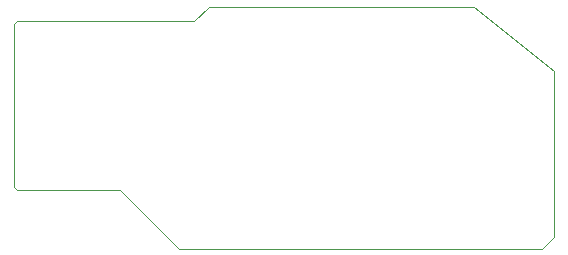
<source format=gbr>
%TF.GenerationSoftware,KiCad,Pcbnew,5.1.9+dfsg1-1*%
%TF.CreationDate,2021-06-24T19:32:38+02:00*%
%TF.ProjectId,pcb,7063622e-6b69-4636-9164-5f7063625858,rev?*%
%TF.SameCoordinates,Original*%
%TF.FileFunction,Profile,NP*%
%FSLAX46Y46*%
G04 Gerber Fmt 4.6, Leading zero omitted, Abs format (unit mm)*
G04 Created by KiCad (PCBNEW 5.1.9+dfsg1-1) date 2021-06-24 19:32:38*
%MOMM*%
%LPD*%
G01*
G04 APERTURE LIST*
%TA.AperFunction,Profile*%
%ADD10C,0.050000*%
%TD*%
G04 APERTURE END LIST*
D10*
X155250000Y-119750000D02*
X156500000Y-118500000D01*
X185750000Y-138000000D02*
X184750000Y-139000000D01*
X179000000Y-118500000D02*
X185750000Y-124000000D01*
X140000000Y-133750000D02*
X140250000Y-134000000D01*
X140250000Y-119750000D02*
X140000000Y-120000000D01*
X156500000Y-118500000D02*
X179000000Y-118500000D01*
X140000000Y-133750000D02*
X140000000Y-120000000D01*
X149000000Y-134000000D02*
X140250000Y-134000000D01*
X154000000Y-139000000D02*
X149000000Y-134000000D01*
X184750000Y-139000000D02*
X154000000Y-139000000D01*
X185750000Y-124000000D02*
X185750000Y-138000000D01*
X140250000Y-119750000D02*
X155250000Y-119750000D01*
M02*

</source>
